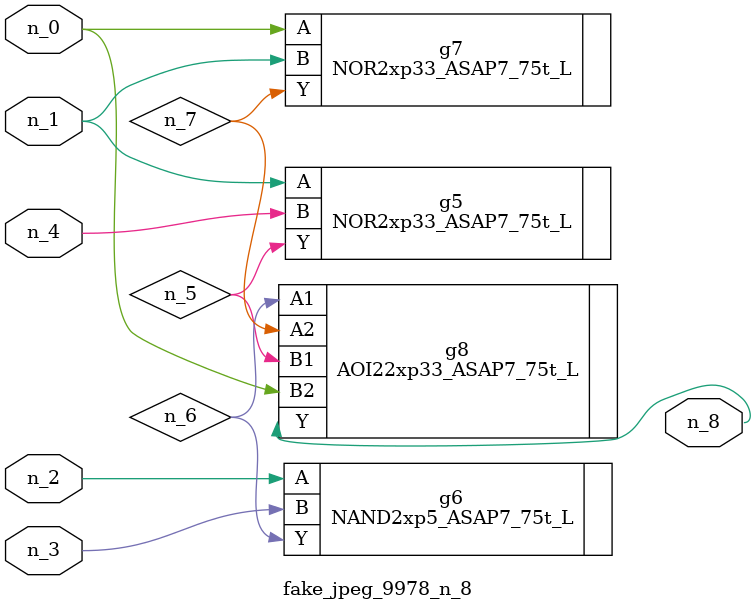
<source format=v>
module fake_jpeg_9978_n_8 (n_3, n_2, n_1, n_0, n_4, n_8);

input n_3;
input n_2;
input n_1;
input n_0;
input n_4;

output n_8;

wire n_6;
wire n_5;
wire n_7;

NOR2xp33_ASAP7_75t_L g5 ( 
.A(n_1),
.B(n_4),
.Y(n_5)
);

NAND2xp5_ASAP7_75t_L g6 ( 
.A(n_2),
.B(n_3),
.Y(n_6)
);

NOR2xp33_ASAP7_75t_L g7 ( 
.A(n_0),
.B(n_1),
.Y(n_7)
);

AOI22xp33_ASAP7_75t_L g8 ( 
.A1(n_6),
.A2(n_7),
.B1(n_5),
.B2(n_0),
.Y(n_8)
);


endmodule
</source>
